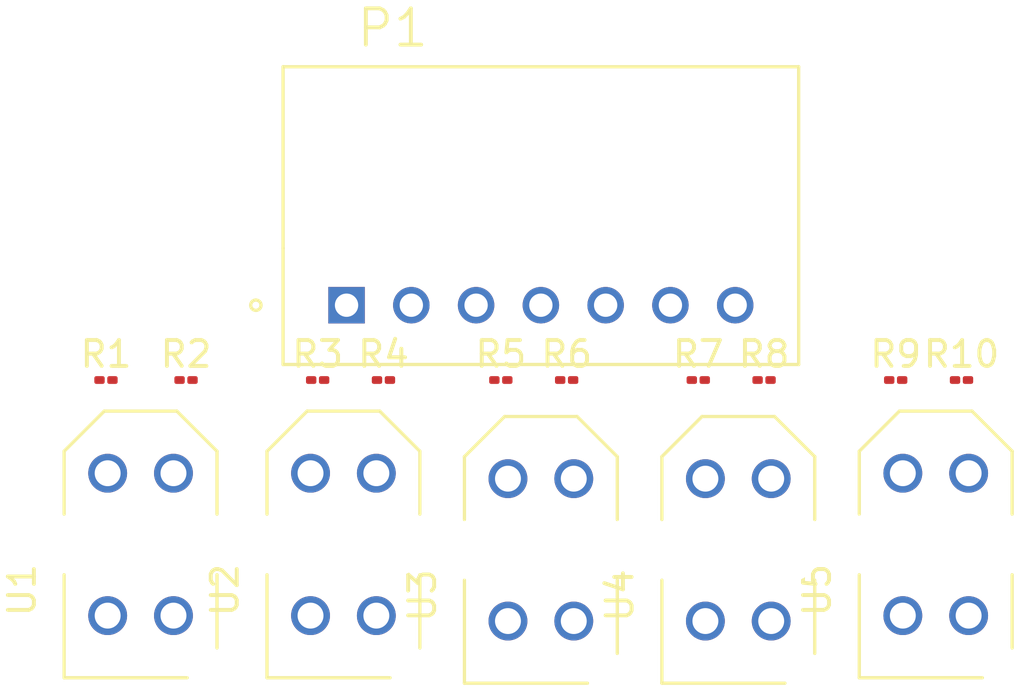
<source format=kicad_pcb>
(kicad_pcb (version 20221018) (generator pcbnew)
  (layers (0 "F.Cu" signal) (31 "B.Cu" signal) (34 "B.Paste" user) (35 "F.Paste" user) (36 "B.SilkS" user "B.Silkscreen") (37 "F.SilkS" user "F.Silkscreen") (38 "B.Mask" user) (39 "F.Mask" user) (44 "Edge.Cuts" user))
  (net 0 "")
  (net 1 "/A0-36")
  (net 2 "/A1-39")
  (net 3 "/A2-34")
  (net 4 "/A3-35")
  (net 5 "/A4-32")
  (net 6 "/GND")
  (net 7 "/3V3")
  (net 8 "Net-(R2-Pad1)")
  (net 9 "Net-(R4-Pad1)")
  (net 10 "Net-(R6-Pad1)")
  (net 11 "Net-(R8-Pad1)")
  (net 12 "Net-(R10-Pad1)")
  (footprint "IR:OPTO_TCRT5000" (layer "F.Cu") (at 171.45 113.24 90)
    (fp_text reference "U4" (at -1.76355 -4.57476 90) (layer "F.SilkS") (effects (font (size 1.004126 1.004126))))
    (fp_text value "TCRT5000" hide)
    (fp_line (start -5.15 -2.95) (end -1.17 -2.95) (stroke (width 0.127)) (layer "F.SilkS"))
    (fp_line (start -5.15 1.8) (end -5.15 -2.95) (stroke (width 0.127)) (layer "F.SilkS"))
    (fp_line (start -4 2.95) (end -1.17 2.95) (stroke (width 0.127)) (layer "F.SilkS"))
    (fp_line (start 1.17 2.95) (end 3.6 2.95) (stroke (width 0.127)) (layer "F.SilkS"))
    (fp_line (start 3.6 -2.95) (end 1.17 -2.95) (stroke (width 0.127)) (layer "F.SilkS"))
    (fp_line (start 3.6 -2.95) (end 5.15 -1.4) (stroke (width 0.127)) (layer "F.SilkS"))
    (fp_line (start 3.6 2.95) (end 5.15 1.4) (stroke (width 0.127)) (layer "F.SilkS"))
    (fp_line (start 5.15 1.4) (end 5.15 -1.4) (stroke (width 0.127)) (layer "F.SilkS"))
    (pad "" np_thru_hole circle (at -4.65 2.45 90) (size 1 1) (drill 1) (layers "*.Cu" "*.Mask"))
    (pad "" np_thru_hole circle (at 0 -1.9 90) (size 2.5 2.5) (drill 2.5) (layers "*.Cu" "*.Mask"))
    (pad "" np_thru_hole circle (at 0 1.9 90) (size 2.5 2.5) (drill 2.5) (layers "*.Cu" "*.Mask"))
    (pad "A" thru_hole circle (at 2.75 -1.27 90) (size 1.5 1.5) (drill 1) (layers "*.Cu" "*.Mask") (net 11 "Net-(R8-Pad1)"))
    (pad "CATH" thru_hole circle (at 2.75 1.27 90) (size 1.5 1.5) (drill 1) (layers "*.Cu" "*.Mask") (net 6 "/GND"))
    (pad "COLL" thru_hole circle (at -2.75 -1.27 90) (size 1.5 1.5) (drill 1) (layers "*.Cu" "*.Mask") (net 4 "/A3-35"))
    (pad "E" thru_hole circle (at -2.75 1.27 90) (size 1.5 1.5) (drill 1) (layers "*.Cu" "*.Mask") (net 6 "/GND"))
  )
  (footprint "Resistor_SMD:R_01005_0402Metric" (layer "F.Cu") (at 180.065 106.68)
    (fp_text reference "R10" (at 0 -1) (layer "F.SilkS"))
    (fp_text value "150R" hide)
    (pad "1" smd roundrect (at -0.25 0) (size 0.4 0.3) (layers "F.Cu" "F.Mask") (net 12 "Net-(R10-Pad1)"))
    (pad "2" smd roundrect (at 0.25 0) (size 0.4 0.3) (layers "F.Cu" "F.Mask") (net 7 "/3V3"))
  )
  (footprint "Resistor_SMD:R_01005_0402Metric" (layer "F.Cu") (at 157.755 106.68)
    (fp_text reference "R4" (at 0 -1) (layer "F.SilkS"))
    (fp_text value "150R" hide)
    (pad "1" smd roundrect (at -0.25 0) (size 0.4 0.3) (layers "F.Cu" "F.Mask") (net 9 "Net-(R4-Pad1)"))
    (pad "2" smd roundrect (at 0.25 0) (size 0.4 0.3) (layers "F.Cu" "F.Mask") (net 7 "/3V3"))
  )
  (footprint "Resistor_SMD:R_01005_0402Metric" (layer "F.Cu") (at 172.445 106.68)
    (fp_text reference "R8" (at 0 -1) (layer "F.SilkS"))
    (fp_text value "150R" hide)
    (pad "1" smd roundrect (at -0.25 0) (size 0.4 0.3) (layers "F.Cu" "F.Mask") (net 11 "Net-(R8-Pad1)"))
    (pad "2" smd roundrect (at 0.25 0) (size 0.4 0.3) (layers "F.Cu" "F.Mask") (net 7 "/3V3"))
  )
  (footprint "Resistor_SMD:R_01005_0402Metric" (layer "F.Cu") (at 164.825 106.68)
    (fp_text reference "R6" (at 0 -1) (layer "F.SilkS"))
    (fp_text value "150R" hide)
    (pad "1" smd roundrect (at -0.25 0) (size 0.4 0.3) (layers "F.Cu" "F.Mask") (net 10 "Net-(R6-Pad1)"))
    (pad "2" smd roundrect (at 0.25 0) (size 0.4 0.3) (layers "F.Cu" "F.Mask") (net 7 "/3V3"))
  )
  (footprint "Resistor_SMD:R_01005_0402Metric" (layer "F.Cu") (at 150.135 106.68)
    (fp_text reference "R2" (at 0 -1) (layer "F.SilkS"))
    (fp_text value "150R" hide)
    (pad "1" smd roundrect (at -0.25 0) (size 0.4 0.3) (layers "F.Cu" "F.Mask") (net 8 "Net-(R2-Pad1)"))
    (pad "2" smd roundrect (at 0.25 0) (size 0.4 0.3) (layers "F.Cu" "F.Mask") (net 7 "/3V3"))
  )
  (footprint "JST Connector:JST_S7B-XH-A(LF)(SN)" (layer "F.Cu") (at 163.83 100.33)
    (fp_text reference "P1" (at -5.71995 -7.24528) (layer "F.SilkS") (effects (font (size 1.401213 1.401213))))
    (fp_text value "S7B-XH-A(LF)(SN)" hide)
    (fp_line (start -9.95 -5.75) (end 9.95 -5.75) (stroke (width 0.127)) (layer "F.SilkS"))
    (fp_line (start -9.95 1.25) (end -9.95 -5.75) (stroke (width 0.127)) (layer "F.SilkS"))
    (fp_line (start -9.95 1.27) (end -9.95 1.25) (stroke (width 0.127)) (layer "F.SilkS"))
    (fp_line (start -9.95 5.75) (end -9.95 1.27) (stroke (width 0.127)) (layer "F.SilkS"))
    (fp_line (start 9.95 -5.75) (end 9.95 5.75) (stroke (width 0.127)) (layer "F.SilkS"))
    (fp_line (start 9.95 5.75) (end -9.95 5.75) (stroke (width 0.127)) (layer "F.SilkS"))
    (fp_circle (center -11 3.46) (end -10.8 3.46) (stroke (width 0.127)) (fill none) (layer "F.SilkS"))
    (pad "1" thru_hole rect (at -7.5 3.46) (size 1.408 1.408) (drill 0.9) (layers "*.Cu" "*.Mask") (net 1 "/A0-36"))
    (pad "2" thru_hole circle (at -5 3.46) (size 1.408 1.408) (drill 0.9) (layers "*.Cu" "*.Mask") (net 2 "/A1-39"))
    (pad "3" thru_hole circle (at -2.5 3.46) (size 1.408 1.408) (drill 0.9) (layers "*.Cu" "*.Mask") (net 3 "/A2-34"))
    (pad "4" thru_hole circle (at 0 3.46) (size 1.408 1.408) (drill 0.9) (layers "*.Cu" "*.Mask") (net 4 "/A3-35"))
    (pad "5" thru_hole circle (at 2.5 3.46) (size 1.408 1.408) (drill 0.9) (layers "*.Cu" "*.Mask") (net 5 "/A4-32"))
    (pad "6" thru_hole circle (at 5 3.46) (size 1.408 1.408) (drill 0.9) (layers "*.Cu" "*.Mask") (net 6 "/GND"))
    (pad "7" thru_hole circle (at 7.5 3.46) (size 1.408 1.408) (drill 0.9) (layers "*.Cu" "*.Mask") (net 7 "/3V3"))
  )
  (footprint "IR:OPTO_TCRT5000" (layer "F.Cu") (at 148.38 113.03 90)
    (fp_text reference "U1" (at -1.76355 -4.57476 90) (layer "F.SilkS") (effects (font (size 1.004126 1.004126))))
    (fp_text value "TCRT5000" hide)
    (fp_line (start -5.15 -2.95) (end -1.17 -2.95) (stroke (width 0.127)) (layer "F.SilkS"))
    (fp_line (start -5.15 1.8) (end -5.15 -2.95) (stroke (width 0.127)) (layer "F.SilkS"))
    (fp_line (start -4 2.95) (end -1.17 2.95) (stroke (width 0.127)) (layer "F.SilkS"))
    (fp_line (start 1.17 2.95) (end 3.6 2.95) (stroke (width 0.127)) (layer "F.SilkS"))
    (fp_line (start 3.6 -2.95) (end 1.17 -2.95) (stroke (width 0.127)) (layer "F.SilkS"))
    (fp_line (start 3.6 -2.95) (end 5.15 -1.4) (stroke (width 0.127)) (layer "F.SilkS"))
    (fp_line (start 3.6 2.95) (end 5.15 1.4) (stroke (width 0.127)) (layer "F.SilkS"))
    (fp_line (start 5.15 1.4) (end 5.15 -1.4) (stroke (width 0.127)) (layer "F.SilkS"))
    (pad "" np_thru_hole circle (at -4.65 2.45 90) (size 1 1) (drill 1) (layers "*.Cu" "*.Mask"))
    (pad "" np_thru_hole circle (at 0 -1.9 90) (size 2.5 2.5) (drill 2.5) (layers "*.Cu" "*.Mask"))
    (pad "" np_thru_hole circle (at 0 1.9 90) (size 2.5 2.5) (drill 2.5) (layers "*.Cu" "*.Mask"))
    (pad "A" thru_hole circle (at 2.75 -1.27 90) (size 1.5 1.5) (drill 1) (layers "*.Cu" "*.Mask") (net 8 "Net-(R2-Pad1)"))
    (pad "CATH" thru_hole circle (at 2.75 1.27 90) (size 1.5 1.5) (drill 1) (layers "*.Cu" "*.Mask") (net 6 "/GND"))
    (pad "COLL" thru_hole circle (at -2.75 -1.27 90) (size 1.5 1.5) (drill 1) (layers "*.Cu" "*.Mask") (net 1 "/A0-36"))
    (pad "E" thru_hole circle (at -2.75 1.27 90) (size 1.5 1.5) (drill 1) (layers "*.Cu" "*.Mask") (net 6 "/GND"))
  )
  (footprint "Resistor_SMD:R_01005_0402Metric" (layer "F.Cu") (at 169.905 106.68)
    (fp_text reference "R7" (at 0 -1) (layer "F.SilkS"))
    (fp_text value "4.7K" hide)
    (pad "1" smd roundrect (at -0.25 0) (size 0.4 0.3) (layers "F.Cu" "F.Mask") (net 7 "/3V3"))
    (pad "2" smd roundrect (at 0.25 0) (size 0.4 0.3) (layers "F.Cu" "F.Mask") (net 4 "/A3-35"))
  )
  (footprint "Resistor_SMD:R_01005_0402Metric" (layer "F.Cu") (at 177.525 106.68)
    (fp_text reference "R9" (at 0 -1) (layer "F.SilkS"))
    (fp_text value "4.7K" hide)
    (pad "1" smd roundrect (at -0.25 0) (size 0.4 0.3) (layers "F.Cu" "F.Mask") (net 7 "/3V3"))
    (pad "2" smd roundrect (at 0.25 0) (size 0.4 0.3) (layers "F.Cu" "F.Mask") (net 5 "/A4-32"))
  )
  (footprint "IR:OPTO_TCRT5000" (layer "F.Cu") (at 156.21 113.03 90)
    (fp_text reference "U2" (at -1.76355 -4.57476 90) (layer "F.SilkS") (effects (font (size 1.004126 1.004126))))
    (fp_text value "TCRT5000" hide)
    (fp_line (start -5.15 -2.95) (end -1.17 -2.95) (stroke (width 0.127)) (layer "F.SilkS"))
    (fp_line (start -5.15 1.8) (end -5.15 -2.95) (stroke (width 0.127)) (layer "F.SilkS"))
    (fp_line (start -4 2.95) (end -1.17 2.95) (stroke (width 0.127)) (layer "F.SilkS"))
    (fp_line (start 1.17 2.95) (end 3.6 2.95) (stroke (width 0.127)) (layer "F.SilkS"))
    (fp_line (start 3.6 -2.95) (end 1.17 -2.95) (stroke (width 0.127)) (layer "F.SilkS"))
    (fp_line (start 3.6 -2.95) (end 5.15 -1.4) (stroke (width 0.127)) (layer "F.SilkS"))
    (fp_line (start 3.6 2.95) (end 5.15 1.4) (stroke (width 0.127)) (layer "F.SilkS"))
    (fp_line (start 5.15 1.4) (end 5.15 -1.4) (stroke (width 0.127)) (layer "F.SilkS"))
    (pad "" np_thru_hole circle (at -4.65 2.45 90) (size 1 1) (drill 1) (layers "*.Cu" "*.Mask"))
    (pad "" np_thru_hole circle (at 0 -1.9 90) (size 2.5 2.5) (drill 2.5) (layers "*.Cu" "*.Mask"))
    (pad "" np_thru_hole circle (at 0 1.9 90) (size 2.5 2.5) (drill 2.5) (layers "*.Cu" "*.Mask"))
    (pad "A" thru_hole circle (at 2.75 -1.27 90) (size 1.5 1.5) (drill 1) (layers "*.Cu" "*.Mask") (net 9 "Net-(R4-Pad1)"))
    (pad "CATH" thru_hole circle (at 2.75 1.27 90) (size 1.5 1.5) (drill 1) (layers "*.Cu" "*.Mask") (net 6 "/GND"))
    (pad "COLL" thru_hole circle (at -2.75 -1.27 90) (size 1.5 1.5) (drill 1) (layers "*.Cu" "*.Mask") (net 2 "/A1-39"))
    (pad "E" thru_hole circle (at -2.75 1.27 90) (size 1.5 1.5) (drill 1) (layers "*.Cu" "*.Mask") (net 6 "/GND"))
  )
  (footprint "IR:OPTO_TCRT5000" (layer "F.Cu") (at 179.07 113.03 90)
    (fp_text reference "U5" (at -1.76355 -4.57476 90) (layer "F.SilkS") (effects (font (size 1.004126 1.004126))))
    (fp_text value "TCRT5000" hide)
    (fp_line (start -5.15 -2.95) (end -1.17 -2.95) (stroke (width 0.127)) (layer "F.SilkS"))
    (fp_line (start -5.15 1.8) (end -5.15 -2.95) (stroke (width 0.127)) (layer "F.SilkS"))
    (fp_line (start -4 2.95) (end -1.17 2.95) (stroke (width 0.127)) (layer "F.SilkS"))
    (fp_line (start 1.17 2.95) (end 3.6 2.95) (stroke (width 0.127)) (layer "F.SilkS"))
    (fp_line (start 3.6 -2.95) (end 1.17 -2.95) (stroke (width 0.127)) (layer "F.SilkS"))
    (fp_line (start 3.6 -2.95) (end 5.15 -1.4) (stroke (width 0.127)) (layer "F.SilkS"))
    (fp_line (start 3.6 2.95) (end 5.15 1.4) (stroke (width 0.127)) (layer "F.SilkS"))
    (fp_line (start 5.15 1.4) (end 5.15 -1.4) (stroke (width 0.127)) (layer "F.SilkS"))
    (pad "" np_thru_hole circle (at -4.65 2.45 90) (size 1 1) (drill 1) (layers "*.Cu" "*.Mask"))
    (pad "" np_thru_hole circle (at 0 -1.9 90) (size 2.5 2.5) (drill 2.5) (layers "*.Cu" "*.Mask"))
    (pad "" np_thru_hole circle (at 0 1.9 90) (size 2.5 2.5) (drill 2.5) (layers "*.Cu" "*.Mask"))
    (pad "A" thru_hole circle (at 2.75 -1.27 90) (size 1.5 1.5) (drill 1) (layers "*.Cu" "*.Mask") (net 12 "Net-(R10-Pad1)"))
    (pad "CATH" thru_hole circle (at 2.75 1.27 90) (size 1.5 1.5) (drill 1) (layers "*.Cu" "*.Mask") (net 6 "/GND"))
    (pad "COLL" thru_hole circle (at -2.75 -1.27 90) (size 1.5 1.5) (drill 1) (layers "*.Cu" "*.Mask") (net 5 "/A4-32"))
    (pad "E" thru_hole circle (at -2.75 1.27 90) (size 1.5 1.5) (drill 1) (layers "*.Cu" "*.Mask") (net 6 "/GND"))
  )
  (footprint "IR:OPTO_TCRT5000" (layer "F.Cu") (at 163.83 113.24 90)
    (fp_text reference "U3" (at -1.76355 -4.57476 90) (layer "F.SilkS") (effects (font (size 1.004126 1.004126))))
    (fp_text value "TCRT5000" hide)
    (fp_line (start -5.15 -2.95) (end -1.17 -2.95) (stroke (width 0.127)) (layer "F.SilkS"))
    (fp_line (start -5.15 1.8) (end -5.15 -2.95) (stroke (width 0.127)) (layer "F.SilkS"))
    (fp_line (start -4 2.95) (end -1.17 2.95) (stroke (width 0.127)) (layer "F.SilkS"))
    (fp_line (start 1.17 2.95) (end 3.6 2.95) (stroke (width 0.127)) (layer "F.SilkS"))
    (fp_line (start 3.6 -2.95) (end 1.17 -2.95) (stroke (width 0.127)) (layer "F.SilkS"))
    (fp_line (start 3.6 -2.95) (end 5.15 -1.4) (stroke (width 0.127)) (layer "F.SilkS"))
    (fp_line (start 3.6 2.95) (end 5.15 1.4) (stroke (width 0.127)) (layer "F.SilkS"))
    (fp_line (start 5.15 1.4) (end 5.15 -1.4) (stroke (width 0.127)) (layer "F.SilkS"))
    (pad "" np_thru_hole circle (at -4.65 2.45 90) (size 1 1) (drill 1) (layers "*.Cu" "*.Mask"))
    (pad "" np_thru_hole circle (at 0 -1.9 90) (size 2.5 2.5) (drill 2.5) (layers "*.Cu" "*.Mask"))
    (pad "" np_thru_hole circle (at 0 1.9 90) (size 2.5 2.5) (drill 2.5) (layers "*.Cu" "*.Mask"))
    (pad "A" thru_hole circle (at 2.75 -1.27 90) (size 1.5 1.5) (drill 1) (layers "*.Cu" "*.Mask") (net 10 "Net-(R6-Pad1)"))
    (pad "CATH" thru_hole circle (at 2.75 1.27 90) (size 1.5 1.5) (drill 1) (layers "*.Cu" "*.Mask") (net 6 "/GND"))
    (pad "COLL" thru_hole circle (at -2.75 -1.27 90) (size 1.5 1.5) (drill 1) (layers "*.Cu" "*.Mask") (net 3 "/A2-34"))
    (pad "E" thru_hole circle (at -2.75 1.27 90) (size 1.5 1.5) (drill 1) (layers "*.Cu" "*.Mask") (net 6 "/GND"))
  )
  (footprint "Resistor_SMD:R_01005_0402Metric" (layer "F.Cu") (at 155.215 106.68)
    (fp_text reference "R3" (at 0 -1) (layer "F.SilkS"))
    (fp_text value "4.7K" hide)
    (pad "1" smd roundrect (at -0.25 0) (size 0.4 0.3) (layers "F.Cu" "F.Mask") (net 7 "/3V3"))
    (pad "2" smd roundrect (at 0.25 0) (size 0.4 0.3) (layers "F.Cu" "F.Mask") (net 2 "/A1-39"))
  )
  (footprint "Resistor_SMD:R_01005_0402Metric" (layer "F.Cu") (at 147.045 106.68)
    (fp_text reference "R1" (at 0 -1) (layer "F.SilkS"))
    (fp_text value "4.7K" hide)
    (pad "1" smd roundrect (at -0.25 0) (size 0.4 0.3) (layers "F.Cu" "F.Mask") (net 7 "/3V3"))
    (pad "2" smd roundrect (at 0.25 0) (size 0.4 0.3) (layers "F.Cu" "F.Mask") (net 1 "/A0-36"))
  )
  (footprint "Resistor_SMD:R_01005_0402Metric" (layer "F.Cu") (at 162.285 106.68)
    (fp_text reference "R5" (at 0 -1) (layer "F.SilkS"))
    (fp_text value "4.7K" hide)
    (pad "1" smd roundrect (at -0.25 0) (size 0.4 0.3) (layers "F.Cu" "F.Mask") (net 7 "/3V3"))
    (pad "2" smd roundrect (at 0.25 0) (size 0.4 0.3) (layers "F.Cu" "F.Mask") (net 3 "/A2-34"))
  )
)
</source>
